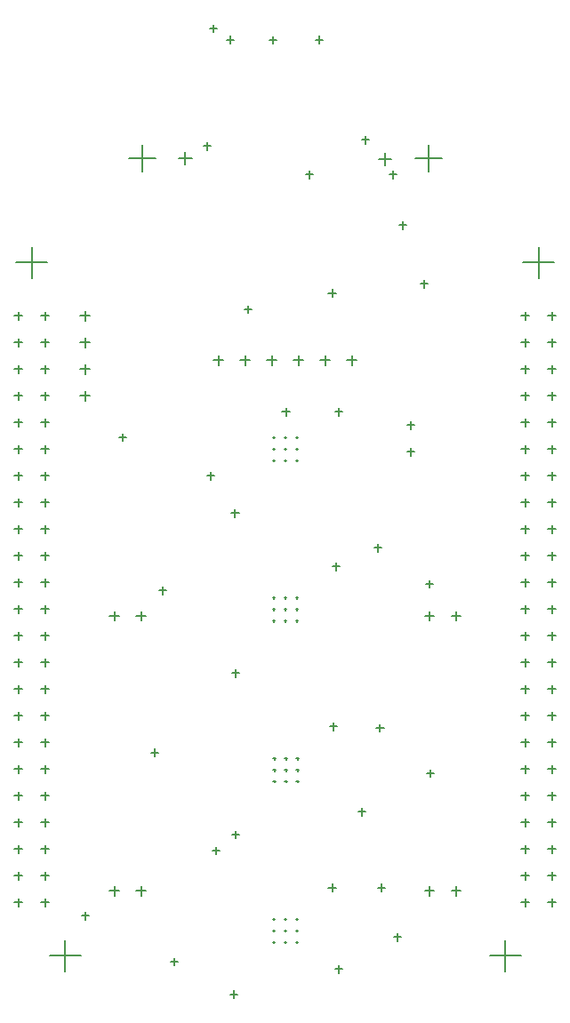
<source format=gbr>
G04 Layer_Color=128*
%FSLAX26Y26*%
%MOIN*%
%TF.FileFunction,Drillmap*%
%TF.Part,Single*%
G01*
G75*
%TA.AperFunction,NonConductor*%
%ADD78C,0.005000*%
D78*
X1790945Y200000D02*
X1909055D01*
X1850000Y140945D02*
Y259055D01*
X-109055Y200000D02*
X9055D01*
X-50000Y140945D02*
Y259055D01*
X15945Y-2400000D02*
X134055D01*
X75000Y-2459055D02*
Y-2340945D01*
X1665945Y-2400000D02*
X1784055D01*
X1725000Y-2459055D02*
Y-2340945D01*
X1784252Y0D02*
X1815748D01*
X1800000Y-15748D02*
Y15748D01*
X1784252Y-100000D02*
X1815748D01*
X1800000Y-115748D02*
Y-84252D01*
X1784252Y-200000D02*
X1815748D01*
X1800000Y-215748D02*
Y-184252D01*
X1784252Y-300000D02*
X1815748D01*
X1800000Y-315748D02*
Y-284252D01*
X1784252Y-400000D02*
X1815748D01*
X1800000Y-415748D02*
Y-384252D01*
X1784252Y-500000D02*
X1815748D01*
X1800000Y-515748D02*
Y-484252D01*
X1784252Y-600000D02*
X1815748D01*
X1800000Y-615748D02*
Y-584252D01*
X1784252Y-700000D02*
X1815748D01*
X1800000Y-715748D02*
Y-684252D01*
X1784252Y-800000D02*
X1815748D01*
X1800000Y-815748D02*
Y-784252D01*
X1784252Y-900000D02*
X1815748D01*
X1800000Y-915748D02*
Y-884252D01*
X1784252Y-1000000D02*
X1815748D01*
X1800000Y-1015748D02*
Y-984252D01*
X1784252Y-1100000D02*
X1815748D01*
X1800000Y-1115748D02*
Y-1084252D01*
X1784252Y-1200000D02*
X1815748D01*
X1800000Y-1215748D02*
Y-1184252D01*
X1784252Y-1300000D02*
X1815748D01*
X1800000Y-1315748D02*
Y-1284252D01*
X1784252Y-1400000D02*
X1815748D01*
X1800000Y-1415748D02*
Y-1384252D01*
X1784252Y-1500000D02*
X1815748D01*
X1800000Y-1515748D02*
Y-1484252D01*
X1784252Y-1600000D02*
X1815748D01*
X1800000Y-1615748D02*
Y-1584252D01*
X1784252Y-1700000D02*
X1815748D01*
X1800000Y-1715748D02*
Y-1684252D01*
X1784252Y-1800000D02*
X1815748D01*
X1800000Y-1815748D02*
Y-1784252D01*
X1784252Y-1900000D02*
X1815748D01*
X1800000Y-1915748D02*
Y-1884252D01*
X1784252Y-2000000D02*
X1815748D01*
X1800000Y-2015748D02*
Y-1984252D01*
X1784252Y-2100000D02*
X1815748D01*
X1800000Y-2115748D02*
Y-2084252D01*
X1784252Y-2200000D02*
X1815748D01*
X1800000Y-2215748D02*
Y-2184252D01*
X1884252Y-100000D02*
X1915748D01*
X1900000Y-115748D02*
Y-84252D01*
X1884252Y-200000D02*
X1915748D01*
X1900000Y-215748D02*
Y-184252D01*
X1884252Y-300000D02*
X1915748D01*
X1900000Y-315748D02*
Y-284252D01*
X1884252Y-400000D02*
X1915748D01*
X1900000Y-415748D02*
Y-384252D01*
X1884252Y-500000D02*
X1915748D01*
X1900000Y-515748D02*
Y-484252D01*
X1884252Y-600000D02*
X1915748D01*
X1900000Y-615748D02*
Y-584252D01*
X1884252Y-700000D02*
X1915748D01*
X1900000Y-715748D02*
Y-684252D01*
X1884252Y-800000D02*
X1915748D01*
X1900000Y-815748D02*
Y-784252D01*
X1884252Y-900000D02*
X1915748D01*
X1900000Y-915748D02*
Y-884252D01*
X1884252Y-1000000D02*
X1915748D01*
X1900000Y-1015748D02*
Y-984252D01*
X1884252Y-1100000D02*
X1915748D01*
X1900000Y-1115748D02*
Y-1084252D01*
X1884252Y-1200000D02*
X1915748D01*
X1900000Y-1215748D02*
Y-1184252D01*
X1884252Y-1300000D02*
X1915748D01*
X1900000Y-1315748D02*
Y-1284252D01*
X1884252Y-1400000D02*
X1915748D01*
X1900000Y-1415748D02*
Y-1384252D01*
X1884252Y-1500000D02*
X1915748D01*
X1900000Y-1515748D02*
Y-1484252D01*
X1884252Y-1600000D02*
X1915748D01*
X1900000Y-1615748D02*
Y-1584252D01*
X1884252Y-1700000D02*
X1915748D01*
X1900000Y-1715748D02*
Y-1684252D01*
X1884252Y-1800000D02*
X1915748D01*
X1900000Y-1815748D02*
Y-1784252D01*
X1884252Y-1900000D02*
X1915748D01*
X1900000Y-1915748D02*
Y-1884252D01*
X1884252Y-2000000D02*
X1915748D01*
X1900000Y-2015748D02*
Y-1984252D01*
X1884252Y-2100000D02*
X1915748D01*
X1900000Y-2115748D02*
Y-2084252D01*
X1884252Y-2200000D02*
X1915748D01*
X1900000Y-2215748D02*
Y-2184252D01*
X-15748Y0D02*
X15748D01*
X0Y-15748D02*
Y15748D01*
X-115748Y0D02*
X-84252D01*
X-100000Y-15748D02*
Y15748D01*
X-115748Y-100000D02*
X-84252D01*
X-100000Y-115748D02*
Y-84252D01*
X-115748Y-200000D02*
X-84252D01*
X-100000Y-215748D02*
Y-184252D01*
X-115748Y-300000D02*
X-84252D01*
X-100000Y-315748D02*
Y-284252D01*
X-115748Y-400000D02*
X-84252D01*
X-100000Y-415748D02*
Y-384252D01*
X-115748Y-500000D02*
X-84252D01*
X-100000Y-515748D02*
Y-484252D01*
X-115748Y-600000D02*
X-84252D01*
X-100000Y-615748D02*
Y-584252D01*
X-115748Y-700000D02*
X-84252D01*
X-100000Y-715748D02*
Y-684252D01*
X-115748Y-800000D02*
X-84252D01*
X-100000Y-815748D02*
Y-784252D01*
X-115748Y-900000D02*
X-84252D01*
X-100000Y-915748D02*
Y-884252D01*
X-115748Y-1000000D02*
X-84252D01*
X-100000Y-1015748D02*
Y-984252D01*
X-115748Y-1100000D02*
X-84252D01*
X-100000Y-1115748D02*
Y-1084252D01*
X-115748Y-1200000D02*
X-84252D01*
X-100000Y-1215748D02*
Y-1184252D01*
X-115748Y-1300000D02*
X-84252D01*
X-100000Y-1315748D02*
Y-1284252D01*
X-115748Y-1400000D02*
X-84252D01*
X-100000Y-1415748D02*
Y-1384252D01*
X-115748Y-1500000D02*
X-84252D01*
X-100000Y-1515748D02*
Y-1484252D01*
X-115748Y-1600000D02*
X-84252D01*
X-100000Y-1615748D02*
Y-1584252D01*
X-115748Y-1700000D02*
X-84252D01*
X-100000Y-1715748D02*
Y-1684252D01*
X-115748Y-1800000D02*
X-84252D01*
X-100000Y-1815748D02*
Y-1784252D01*
X-115748Y-1900000D02*
X-84252D01*
X-100000Y-1915748D02*
Y-1884252D01*
X-115748Y-2000000D02*
X-84252D01*
X-100000Y-2015748D02*
Y-1984252D01*
X-115748Y-2100000D02*
X-84252D01*
X-100000Y-2115748D02*
Y-2084252D01*
X-115748Y-2200000D02*
X-84252D01*
X-100000Y-2215748D02*
Y-2184252D01*
X-15748Y-100000D02*
X15748D01*
X0Y-115748D02*
Y-84252D01*
X-15748Y-200000D02*
X15748D01*
X0Y-215748D02*
Y-184252D01*
X-15748Y-300000D02*
X15748D01*
X0Y-315748D02*
Y-284252D01*
X-15748Y-400000D02*
X15748D01*
X0Y-415748D02*
Y-384252D01*
X-15748Y-500000D02*
X15748D01*
X0Y-515748D02*
Y-484252D01*
X-15748Y-600000D02*
X15748D01*
X0Y-615748D02*
Y-584252D01*
X-15748Y-700000D02*
X15748D01*
X0Y-715748D02*
Y-684252D01*
X-15748Y-800000D02*
X15748D01*
X0Y-815748D02*
Y-784252D01*
X-15748Y-900000D02*
X15748D01*
X0Y-915748D02*
Y-884252D01*
X-15748Y-1000000D02*
X15748D01*
X0Y-1015748D02*
Y-984252D01*
X-15748Y-1100000D02*
X15748D01*
X0Y-1115748D02*
Y-1084252D01*
X-15748Y-1200000D02*
X15748D01*
X0Y-1215748D02*
Y-1184252D01*
X-15748Y-1300000D02*
X15748D01*
X0Y-1315748D02*
Y-1284252D01*
X-15748Y-1400000D02*
X15748D01*
X0Y-1415748D02*
Y-1384252D01*
X-15748Y-1500000D02*
X15748D01*
X0Y-1515748D02*
Y-1484252D01*
X-15748Y-1600000D02*
X15748D01*
X0Y-1615748D02*
Y-1584252D01*
X-15748Y-1700000D02*
X15748D01*
X0Y-1715748D02*
Y-1684252D01*
X-15748Y-1800000D02*
X15748D01*
X0Y-1815748D02*
Y-1784252D01*
X-15748Y-1900000D02*
X15748D01*
X0Y-1915748D02*
Y-1884252D01*
X-15748Y-2000000D02*
X15748D01*
X0Y-2015748D02*
Y-1984252D01*
X-15748Y-2100000D02*
X15748D01*
X0Y-2115748D02*
Y-2084252D01*
X-15748Y-2200000D02*
X15748D01*
X0Y-2215748D02*
Y-2184252D01*
X1885000Y0D02*
X1915000D01*
X1900000Y-15000D02*
Y15000D01*
X696614Y-740000D02*
X726614D01*
X711614Y-755000D02*
Y-725000D01*
X1386200Y590000D02*
X1486200D01*
X1436200Y540000D02*
Y640000D01*
X313800Y590000D02*
X413800D01*
X363800Y540000D02*
Y640000D01*
X502200Y590000D02*
X549200D01*
X525700Y566500D02*
Y613500D01*
X1250800Y588400D02*
X1297800D01*
X1274300Y564900D02*
Y611900D01*
X132284Y0D02*
X167717D01*
X150000Y-17716D02*
Y17717D01*
X132284Y-100000D02*
X167717D01*
X150000Y-117716D02*
Y-82283D01*
X132284Y-200000D02*
X167717D01*
X150000Y-217716D02*
Y-182283D01*
X132284Y-300000D02*
X167717D01*
X150000Y-317716D02*
Y-282283D01*
X1422638Y-2156000D02*
X1458465D01*
X1440551Y-2173913D02*
Y-2138086D01*
X1522638Y-2156000D02*
X1558465D01*
X1540551Y-2173913D02*
Y-2138086D01*
X341536Y-2156000D02*
X377362D01*
X359449Y-2173913D02*
Y-2138086D01*
X241536Y-2156000D02*
X277362D01*
X259449Y-2173913D02*
Y-2138086D01*
X241536Y-1124897D02*
X277362D01*
X259449Y-1142811D02*
Y-1106984D01*
X341536Y-1124897D02*
X377362D01*
X359449Y-1142811D02*
Y-1106984D01*
X1422638Y-1124897D02*
X1458465D01*
X1440551Y-1142811D02*
Y-1106984D01*
X1522638Y-1124897D02*
X1558465D01*
X1540551Y-1142811D02*
Y-1106984D01*
X1131299Y-166000D02*
X1168701D01*
X1150000Y-184701D02*
Y-147299D01*
X1031299Y-166000D02*
X1068701D01*
X1050000Y-184701D02*
Y-147299D01*
X931299Y-166000D02*
X968701D01*
X950000Y-184701D02*
Y-147299D01*
X831299Y-166000D02*
X868701D01*
X850000Y-184701D02*
Y-147299D01*
X731299Y-166000D02*
X768701D01*
X750000Y-184701D02*
Y-147299D01*
X631299Y-166000D02*
X668701D01*
X650000Y-184701D02*
Y-147299D01*
X679748Y1035992D02*
X707748D01*
X693748Y1021992D02*
Y1049992D01*
X840804Y1034000D02*
X868804D01*
X854804Y1020000D02*
Y1048000D01*
X1013480Y1035992D02*
X1041480D01*
X1027480Y1021992D02*
Y1049992D01*
X1241694Y-1546196D02*
X1269694D01*
X1255694Y-1560196D02*
Y-1532196D01*
X693480Y-2544008D02*
X721480D01*
X707480Y-2558008D02*
Y-2530008D01*
X700566Y-1946000D02*
X728566D01*
X714566Y-1960000D02*
Y-1932000D01*
X700566Y-1340000D02*
X728566D01*
X714566Y-1354000D02*
Y-1326000D01*
X1306000Y-2330000D02*
X1334000D01*
X1320000Y-2344000D02*
Y-2316000D01*
X1172536Y-1860000D02*
X1200536D01*
X1186536Y-1874000D02*
Y-1846000D01*
X1356000Y-410000D02*
X1384000D01*
X1370000Y-424000D02*
Y-396000D01*
X1356000Y-509796D02*
X1384000D01*
X1370000Y-523796D02*
Y-495796D01*
X1406000Y120000D02*
X1434000D01*
X1420000Y106000D02*
Y134000D01*
X617000Y1079000D02*
X645000D01*
X631000Y1065000D02*
Y1093000D01*
X593000Y637000D02*
X621000D01*
X607000Y623000D02*
Y651000D01*
X1246000Y-2143678D02*
X1274000D01*
X1260000Y-2157678D02*
Y-2129678D01*
X1062000Y-2143678D02*
X1090000D01*
X1076000Y-2157678D02*
Y-2129678D01*
X1066000Y-1540000D02*
X1094000D01*
X1080000Y-1554000D02*
Y-1526000D01*
X1086000Y-360000D02*
X1114000D01*
X1100000Y-374000D02*
Y-346000D01*
X1076000Y-940000D02*
X1104000D01*
X1090000Y-954000D02*
Y-926000D01*
X1233078Y-870000D02*
X1261078D01*
X1247078Y-884000D02*
Y-856000D01*
X606000Y-600000D02*
X634000D01*
X620000Y-614000D02*
Y-586000D01*
X889000Y-360000D02*
X917000D01*
X903000Y-374000D02*
Y-346000D01*
X939369Y-1056694D02*
X947243D01*
X943306Y-1060631D02*
Y-1052757D01*
X896063Y-1056694D02*
X903937D01*
X900000Y-1060631D02*
Y-1052757D01*
X852755Y-1056694D02*
X860629D01*
X856692Y-1060631D02*
Y-1052757D01*
X939369Y-1100000D02*
X947243D01*
X943306Y-1103937D02*
Y-1096063D01*
X896063Y-1100000D02*
X903937D01*
X900000Y-1103937D02*
Y-1096063D01*
X852755Y-1100000D02*
X860629D01*
X856692Y-1103937D02*
Y-1096063D01*
X939369Y-1143308D02*
X947243D01*
X943306Y-1147245D02*
Y-1139371D01*
X896063Y-1143308D02*
X903937D01*
X900000Y-1147245D02*
Y-1139371D01*
X852755Y-1143308D02*
X860629D01*
X856692Y-1147245D02*
Y-1139371D01*
X1086000Y-2450000D02*
X1114000D01*
X1100000Y-2464000D02*
Y-2436000D01*
X136000Y-2250000D02*
X164000D01*
X150000Y-2264000D02*
Y-2236000D01*
X1289180Y530000D02*
X1317180D01*
X1303180Y516000D02*
Y544000D01*
X976000Y530000D02*
X1004000D01*
X990000Y516000D02*
Y544000D01*
X1186000Y660000D02*
X1214000D01*
X1200000Y646000D02*
Y674000D01*
X396000Y-1637426D02*
X424000D01*
X410000Y-1651426D02*
Y-1623426D01*
X1430566Y-1716000D02*
X1458566D01*
X1444566Y-1730000D02*
Y-1702000D01*
X626000Y-2006000D02*
X654000D01*
X640000Y-2020000D02*
Y-1992000D01*
X855755Y-1746308D02*
X863629D01*
X859692Y-1750245D02*
Y-1742371D01*
X899063Y-1746308D02*
X906937D01*
X903000Y-1750245D02*
Y-1742371D01*
X942369Y-1746308D02*
X950243D01*
X946306Y-1750245D02*
Y-1742371D01*
X855755Y-1703000D02*
X863629D01*
X859692Y-1706937D02*
Y-1699063D01*
X899063Y-1703000D02*
X906937D01*
X903000Y-1706937D02*
Y-1699063D01*
X942369Y-1703000D02*
X950243D01*
X946306Y-1706937D02*
Y-1699063D01*
X855755Y-1659694D02*
X863629D01*
X859692Y-1663631D02*
Y-1655757D01*
X899063Y-1659694D02*
X906937D01*
X903000Y-1663631D02*
Y-1655757D01*
X942369Y-1659694D02*
X950243D01*
X946306Y-1663631D02*
Y-1655757D01*
X471032Y-2421442D02*
X499032D01*
X485032Y-2435442D02*
Y-2407442D01*
X852755Y-2349308D02*
X860629D01*
X856692Y-2353245D02*
Y-2345371D01*
X896063Y-2349308D02*
X903937D01*
X900000Y-2353245D02*
Y-2345371D01*
X939369Y-2349308D02*
X947243D01*
X943306Y-2353245D02*
Y-2345371D01*
X852755Y-2306000D02*
X860629D01*
X856692Y-2309937D02*
Y-2302063D01*
X896063Y-2306000D02*
X903937D01*
X900000Y-2309937D02*
Y-2302063D01*
X939369Y-2306000D02*
X947243D01*
X943306Y-2309937D02*
Y-2302063D01*
X852755Y-2262694D02*
X860629D01*
X856692Y-2266631D02*
Y-2258757D01*
X896063Y-2262694D02*
X903937D01*
X900000Y-2266631D02*
Y-2258757D01*
X939369Y-2262694D02*
X947243D01*
X943306Y-2266631D02*
Y-2258757D01*
X939369Y-454874D02*
X947243D01*
X943306Y-458811D02*
Y-450937D01*
X896063Y-454874D02*
X903937D01*
X900000Y-458811D02*
Y-450937D01*
X852755Y-454874D02*
X860629D01*
X856692Y-458811D02*
Y-450937D01*
X939369Y-498182D02*
X947243D01*
X943306Y-502119D02*
Y-494245D01*
X896063Y-498182D02*
X903937D01*
X900000Y-502119D02*
Y-494245D01*
X852755Y-498182D02*
X860629D01*
X856692Y-502119D02*
Y-494245D01*
X939369Y-541488D02*
X947243D01*
X943306Y-545425D02*
Y-537551D01*
X896063Y-541488D02*
X903937D01*
X900000Y-545425D02*
Y-537551D01*
X852755Y-541488D02*
X860629D01*
X856692Y-545425D02*
Y-537551D01*
X1062000Y85992D02*
X1090000D01*
X1076000Y71992D02*
Y99992D01*
X426000Y-1030063D02*
X454000D01*
X440000Y-1044063D02*
Y-1016063D01*
X276000Y-454874D02*
X304000D01*
X290000Y-468874D02*
Y-440874D01*
X1426766Y-1006000D02*
X1454766D01*
X1440766Y-1020000D02*
Y-992000D01*
X746000Y25000D02*
X774000D01*
X760000Y11000D02*
Y39000D01*
X1326000Y340000D02*
X1354000D01*
X1340000Y326000D02*
Y354000D01*
%TF.MD5,470a0b8665fc4a3a94a5107261247ded*%
M02*

</source>
